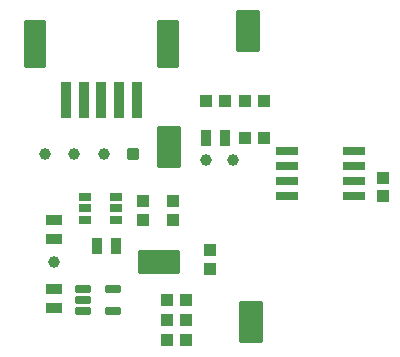
<source format=gtp>
G04*
G04 #@! TF.GenerationSoftware,Altium Limited,Altium Designer,21.2.1 (34)*
G04*
G04 Layer_Color=8421504*
%FSLAX25Y25*%
%MOIN*%
G70*
G04*
G04 #@! TF.SameCoordinates,71E93446-40B6-4EA7-87A3-0284B43E5C68*
G04*
G04*
G04 #@! TF.FilePolarity,Positive*
G04*
G01*
G75*
G04:AMPARAMS|DCode=16|XSize=43.31mil|YSize=39.37mil|CornerRadius=3.94mil|HoleSize=0mil|Usage=FLASHONLY|Rotation=180.000|XOffset=0mil|YOffset=0mil|HoleType=Round|Shape=RoundedRectangle|*
%AMROUNDEDRECTD16*
21,1,0.04331,0.03150,0,0,180.0*
21,1,0.03543,0.03937,0,0,180.0*
1,1,0.00787,-0.01772,0.01575*
1,1,0.00787,0.01772,0.01575*
1,1,0.00787,0.01772,-0.01575*
1,1,0.00787,-0.01772,-0.01575*
%
%ADD16ROUNDEDRECTD16*%
G04:AMPARAMS|DCode=17|XSize=43.31mil|YSize=39.37mil|CornerRadius=3.94mil|HoleSize=0mil|Usage=FLASHONLY|Rotation=90.000|XOffset=0mil|YOffset=0mil|HoleType=Round|Shape=RoundedRectangle|*
%AMROUNDEDRECTD17*
21,1,0.04331,0.03150,0,0,90.0*
21,1,0.03543,0.03937,0,0,90.0*
1,1,0.00787,0.01575,0.01772*
1,1,0.00787,0.01575,-0.01772*
1,1,0.00787,-0.01575,-0.01772*
1,1,0.00787,-0.01575,0.01772*
%
%ADD17ROUNDEDRECTD17*%
G04:AMPARAMS|DCode=18|XSize=43.31mil|YSize=39.37mil|CornerRadius=2.95mil|HoleSize=0mil|Usage=FLASHONLY|Rotation=90.000|XOffset=0mil|YOffset=0mil|HoleType=Round|Shape=RoundedRectangle|*
%AMROUNDEDRECTD18*
21,1,0.04331,0.03347,0,0,90.0*
21,1,0.03740,0.03937,0,0,90.0*
1,1,0.00591,0.01673,0.01870*
1,1,0.00591,0.01673,-0.01870*
1,1,0.00591,-0.01673,-0.01870*
1,1,0.00591,-0.01673,0.01870*
%
%ADD18ROUNDEDRECTD18*%
G04:AMPARAMS|DCode=19|XSize=74.8mil|YSize=157.48mil|CornerRadius=5.61mil|HoleSize=0mil|Usage=FLASHONLY|Rotation=0.000|XOffset=0mil|YOffset=0mil|HoleType=Round|Shape=RoundedRectangle|*
%AMROUNDEDRECTD19*
21,1,0.07480,0.14626,0,0,0.0*
21,1,0.06358,0.15748,0,0,0.0*
1,1,0.01122,0.03179,-0.07313*
1,1,0.01122,-0.03179,-0.07313*
1,1,0.01122,-0.03179,0.07313*
1,1,0.01122,0.03179,0.07313*
%
%ADD19ROUNDEDRECTD19*%
G04:AMPARAMS|DCode=20|XSize=35.43mil|YSize=118.11mil|CornerRadius=2.66mil|HoleSize=0mil|Usage=FLASHONLY|Rotation=0.000|XOffset=0mil|YOffset=0mil|HoleType=Round|Shape=RoundedRectangle|*
%AMROUNDEDRECTD20*
21,1,0.03543,0.11280,0,0,0.0*
21,1,0.03012,0.11811,0,0,0.0*
1,1,0.00532,0.01506,-0.05640*
1,1,0.00532,-0.01506,-0.05640*
1,1,0.00532,-0.01506,0.05640*
1,1,0.00532,0.01506,0.05640*
%
%ADD20ROUNDEDRECTD20*%
G04:AMPARAMS|DCode=21|XSize=23.62mil|YSize=43.31mil|CornerRadius=2.01mil|HoleSize=0mil|Usage=FLASHONLY|Rotation=270.000|XOffset=0mil|YOffset=0mil|HoleType=Round|Shape=RoundedRectangle|*
%AMROUNDEDRECTD21*
21,1,0.02362,0.03929,0,0,270.0*
21,1,0.01961,0.04331,0,0,270.0*
1,1,0.00402,-0.01965,-0.00980*
1,1,0.00402,-0.01965,0.00980*
1,1,0.00402,0.01965,0.00980*
1,1,0.00402,0.01965,-0.00980*
%
%ADD21ROUNDEDRECTD21*%
G04:AMPARAMS|DCode=22|XSize=28.35mil|YSize=74.8mil|CornerRadius=2.13mil|HoleSize=0mil|Usage=FLASHONLY|Rotation=270.000|XOffset=0mil|YOffset=0mil|HoleType=Round|Shape=RoundedRectangle|*
%AMROUNDEDRECTD22*
21,1,0.02835,0.07055,0,0,270.0*
21,1,0.02410,0.07480,0,0,270.0*
1,1,0.00425,-0.03528,-0.01205*
1,1,0.00425,-0.03528,0.01205*
1,1,0.00425,0.03528,0.01205*
1,1,0.00425,0.03528,-0.01205*
%
%ADD22ROUNDEDRECTD22*%
G04:AMPARAMS|DCode=23|XSize=24.8mil|YSize=51.18mil|CornerRadius=1.86mil|HoleSize=0mil|Usage=FLASHONLY|Rotation=90.000|XOffset=0mil|YOffset=0mil|HoleType=Round|Shape=RoundedRectangle|*
%AMROUNDEDRECTD23*
21,1,0.02480,0.04746,0,0,90.0*
21,1,0.02108,0.05118,0,0,90.0*
1,1,0.00372,0.02373,0.01054*
1,1,0.00372,0.02373,-0.01054*
1,1,0.00372,-0.02373,-0.01054*
1,1,0.00372,-0.02373,0.01054*
%
%ADD23ROUNDEDRECTD23*%
G04:AMPARAMS|DCode=24|XSize=55.12mil|YSize=35.43mil|CornerRadius=2.66mil|HoleSize=0mil|Usage=FLASHONLY|Rotation=90.000|XOffset=0mil|YOffset=0mil|HoleType=Round|Shape=RoundedRectangle|*
%AMROUNDEDRECTD24*
21,1,0.05512,0.03012,0,0,90.0*
21,1,0.04980,0.03543,0,0,90.0*
1,1,0.00532,0.01506,0.02490*
1,1,0.00532,0.01506,-0.02490*
1,1,0.00532,-0.01506,-0.02490*
1,1,0.00532,-0.01506,0.02490*
%
%ADD24ROUNDEDRECTD24*%
%ADD25C,0.03937*%
G04:AMPARAMS|DCode=26|XSize=39.37mil|YSize=39.37mil|CornerRadius=3.94mil|HoleSize=0mil|Usage=FLASHONLY|Rotation=90.000|XOffset=0mil|YOffset=0mil|HoleType=Round|Shape=RoundedRectangle|*
%AMROUNDEDRECTD26*
21,1,0.03937,0.03150,0,0,90.0*
21,1,0.03150,0.03937,0,0,90.0*
1,1,0.00787,0.01575,0.01575*
1,1,0.00787,0.01575,-0.01575*
1,1,0.00787,-0.01575,-0.01575*
1,1,0.00787,-0.01575,0.01575*
%
%ADD26ROUNDEDRECTD26*%
G04:AMPARAMS|DCode=27|XSize=141.73mil|YSize=78.74mil|CornerRadius=5.91mil|HoleSize=0mil|Usage=FLASHONLY|Rotation=90.000|XOffset=0mil|YOffset=0mil|HoleType=Round|Shape=RoundedRectangle|*
%AMROUNDEDRECTD27*
21,1,0.14173,0.06693,0,0,90.0*
21,1,0.12992,0.07874,0,0,90.0*
1,1,0.01181,0.03347,0.06496*
1,1,0.01181,0.03347,-0.06496*
1,1,0.01181,-0.03347,-0.06496*
1,1,0.01181,-0.03347,0.06496*
%
%ADD27ROUNDEDRECTD27*%
G04:AMPARAMS|DCode=28|XSize=55.12mil|YSize=35.43mil|CornerRadius=2.66mil|HoleSize=0mil|Usage=FLASHONLY|Rotation=0.000|XOffset=0mil|YOffset=0mil|HoleType=Round|Shape=RoundedRectangle|*
%AMROUNDEDRECTD28*
21,1,0.05512,0.03012,0,0,0.0*
21,1,0.04980,0.03543,0,0,0.0*
1,1,0.00532,0.02490,-0.01506*
1,1,0.00532,-0.02490,-0.01506*
1,1,0.00532,-0.02490,0.01506*
1,1,0.00532,0.02490,0.01506*
%
%ADD28ROUNDEDRECTD28*%
G04:AMPARAMS|DCode=29|XSize=141.73mil|YSize=78.74mil|CornerRadius=5.91mil|HoleSize=0mil|Usage=FLASHONLY|Rotation=0.000|XOffset=0mil|YOffset=0mil|HoleType=Round|Shape=RoundedRectangle|*
%AMROUNDEDRECTD29*
21,1,0.14173,0.06693,0,0,0.0*
21,1,0.12992,0.07874,0,0,0.0*
1,1,0.01181,0.06496,-0.03347*
1,1,0.01181,-0.06496,-0.03347*
1,1,0.01181,-0.06496,0.03347*
1,1,0.01181,0.06496,0.03347*
%
%ADD29ROUNDEDRECTD29*%
D16*
X69071Y31299D02*
D03*
Y37598D02*
D03*
X126500Y61750D02*
D03*
Y55450D02*
D03*
X46500Y54000D02*
D03*
Y47701D02*
D03*
X56500Y54000D02*
D03*
Y47701D02*
D03*
D17*
X80500Y75000D02*
D03*
X86799D02*
D03*
X73998Y87410D02*
D03*
X67698D02*
D03*
X60921Y14199D02*
D03*
X54621D02*
D03*
X60921Y20949D02*
D03*
X54621D02*
D03*
X60921Y7449D02*
D03*
X54621D02*
D03*
D18*
X80500Y87410D02*
D03*
X86799D02*
D03*
D19*
X55108Y106424D02*
D03*
X10620D02*
D03*
D20*
X32766Y87449D02*
D03*
X44577D02*
D03*
X26860D02*
D03*
X20955D02*
D03*
X38671D02*
D03*
D21*
X27353Y51449D02*
D03*
Y47709D02*
D03*
Y55189D02*
D03*
X37589Y47709D02*
D03*
Y51449D02*
D03*
Y55189D02*
D03*
D22*
X94649Y70449D02*
D03*
Y65449D02*
D03*
Y60449D02*
D03*
Y55449D02*
D03*
X116893Y70449D02*
D03*
Y65449D02*
D03*
Y60449D02*
D03*
Y55449D02*
D03*
D23*
X26536Y24689D02*
D03*
Y20949D02*
D03*
Y17209D02*
D03*
X36606D02*
D03*
Y24689D02*
D03*
D24*
X74096Y75000D02*
D03*
X67600D02*
D03*
X37619Y38949D02*
D03*
X31123D02*
D03*
D25*
X13971Y69449D02*
D03*
X33512D02*
D03*
X23742D02*
D03*
X17071Y33449D02*
D03*
X76500Y67500D02*
D03*
X67671Y67449D02*
D03*
D26*
X43282Y69449D02*
D03*
D27*
X55171Y71949D02*
D03*
X81671Y110449D02*
D03*
X82671Y13449D02*
D03*
D28*
X17071Y47697D02*
D03*
Y41201D02*
D03*
Y18201D02*
D03*
Y24697D02*
D03*
D29*
X52000Y33500D02*
D03*
M02*

</source>
